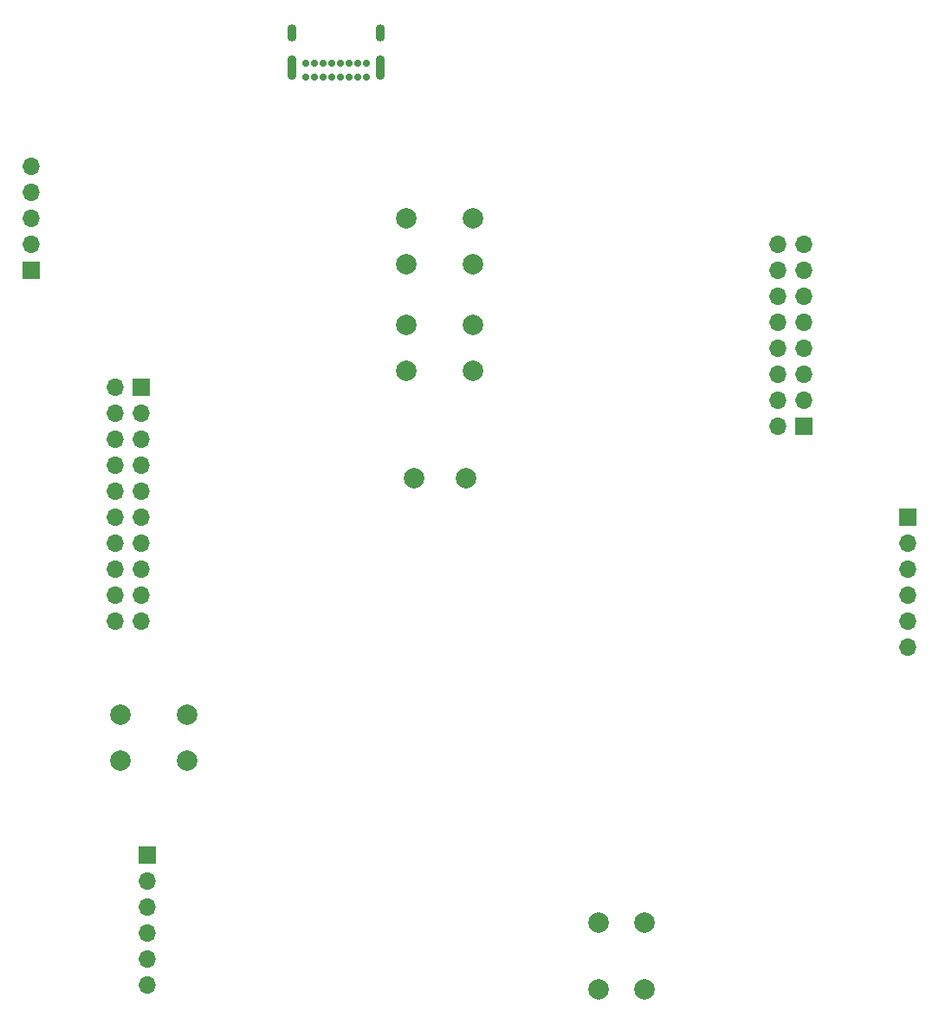
<source format=gbr>
%TF.GenerationSoftware,KiCad,Pcbnew,(6.0.5)*%
%TF.CreationDate,2024-11-07T13:37:00-06:00*%
%TF.ProjectId,FinalPCBBoard1,46696e61-6c50-4434-9242-6f617264312e,rev?*%
%TF.SameCoordinates,Original*%
%TF.FileFunction,Soldermask,Bot*%
%TF.FilePolarity,Negative*%
%FSLAX46Y46*%
G04 Gerber Fmt 4.6, Leading zero omitted, Abs format (unit mm)*
G04 Created by KiCad (PCBNEW (6.0.5)) date 2024-11-07 13:37:00*
%MOMM*%
%LPD*%
G01*
G04 APERTURE LIST*
%ADD10C,2.000000*%
%ADD11R,1.700000X1.700000*%
%ADD12O,1.700000X1.700000*%
%ADD13C,0.700000*%
%ADD14O,0.900000X1.700000*%
%ADD15O,0.900000X2.400000*%
G04 APERTURE END LIST*
D10*
%TO.C,STMRST2*%
X115010000Y-71410000D03*
X108510000Y-71410000D03*
X108510000Y-75910000D03*
X115010000Y-75910000D03*
%TD*%
%TO.C,STMRST1*%
X115010000Y-60960000D03*
X108510000Y-60960000D03*
X108510000Y-65460000D03*
X115010000Y-65460000D03*
%TD*%
D11*
%TO.C,STMPROGRAM1*%
X157505000Y-90195000D03*
D12*
X157505000Y-92735000D03*
X157505000Y-95275000D03*
X157505000Y-97815000D03*
X157505000Y-100355000D03*
X157505000Y-102895000D03*
%TD*%
D11*
%TO.C,J4*%
X82570000Y-77500000D03*
D12*
X80030000Y-77500000D03*
X82570000Y-80040000D03*
X80030000Y-80040000D03*
X82570000Y-82580000D03*
X80030000Y-82580000D03*
X82570000Y-85120000D03*
X80030000Y-85120000D03*
X82570000Y-87660000D03*
X80030000Y-87660000D03*
X82570000Y-90200000D03*
X80030000Y-90200000D03*
X82570000Y-92740000D03*
X80030000Y-92740000D03*
X82570000Y-95280000D03*
X80030000Y-95280000D03*
X82570000Y-97820000D03*
X80030000Y-97820000D03*
X82570000Y-100360000D03*
X80030000Y-100360000D03*
%TD*%
D11*
%TO.C,J3*%
X71800000Y-66060000D03*
D12*
X71800000Y-63520000D03*
X71800000Y-60980000D03*
X71800000Y-58440000D03*
X71800000Y-55900000D03*
%TD*%
D11*
%TO.C,J2*%
X147320000Y-81280000D03*
D12*
X144780000Y-81280000D03*
X147320000Y-78740000D03*
X144780000Y-78740000D03*
X147320000Y-76200000D03*
X144780000Y-76200000D03*
X147320000Y-73660000D03*
X144780000Y-73660000D03*
X147320000Y-71120000D03*
X144780000Y-71120000D03*
X147320000Y-68580000D03*
X144780000Y-68580000D03*
X147320000Y-66040000D03*
X144780000Y-66040000D03*
X147320000Y-63500000D03*
X144780000Y-63500000D03*
%TD*%
D13*
%TO.C,J1*%
X104575000Y-47205000D03*
X103725000Y-47205000D03*
X102875000Y-47205000D03*
X102025000Y-47205000D03*
X101175000Y-47205000D03*
X100325000Y-47205000D03*
X99475000Y-47205000D03*
X98625000Y-47205000D03*
X98625000Y-45855000D03*
X99475000Y-45855000D03*
X100325000Y-45855000D03*
X101175000Y-45855000D03*
X102025000Y-45855000D03*
X102875000Y-45855000D03*
X103725000Y-45855000D03*
X104575000Y-45855000D03*
D14*
X97275000Y-42845000D03*
X105925000Y-42845000D03*
D15*
X97275000Y-46225000D03*
X105925000Y-46225000D03*
%TD*%
D10*
%TO.C,FB1*%
X109220000Y-86360000D03*
X114300000Y-86360000D03*
%TD*%
D11*
%TO.C,ESPPROGRAM1*%
X83140000Y-123215000D03*
D12*
X83140000Y-125755000D03*
X83140000Y-128295000D03*
X83140000Y-130835000D03*
X83140000Y-133375000D03*
X83140000Y-135915000D03*
%TD*%
D10*
%TO.C,ESPEN1*%
X131790000Y-136330000D03*
X131790000Y-129830000D03*
X127290000Y-129830000D03*
X127290000Y-136330000D03*
%TD*%
%TO.C,ESPBOOT1*%
X87070000Y-109510000D03*
X80570000Y-109510000D03*
X80570000Y-114010000D03*
X87070000Y-114010000D03*
%TD*%
M02*

</source>
